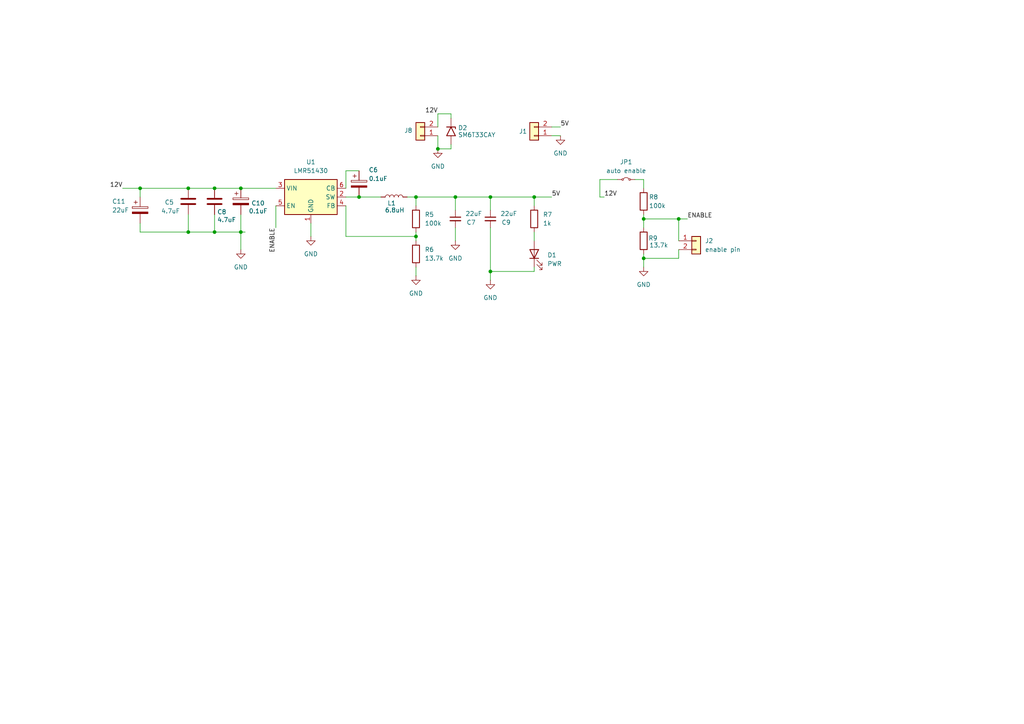
<source format=kicad_sch>
(kicad_sch (version 20231120) (generator "eeschema") (generator_version "8.0")
  (paper "A4")
  (lib_symbols
    (symbol "Connector_Generic:Conn_01x02" (pin_names (offset 1.016) hide)
      (property "Reference" "J" (at 0 2.54 0))
      (property "Value" "Conn_01x02" (at 0 -5.08 0))
      (symbol "Conn_01x02_1_1"
        (rectangle (start -1.27 -2.413) (end 0 -2.667) (stroke (width 0.1524)))
        (rectangle (start -1.27 0.127) (end 0 -0.127) (stroke (width 0.1524)))
        (rectangle (start -1.27 1.27) (end 1.27 -3.81) (stroke (width 0.254)) (fill (type background)))
        (pin passive line (at -5.08 0 0) (length 3.81) (name "Pin_1") (number "1"))
        (pin passive line (at -5.08 -2.54 0) (length 3.81) (name "Pin_2") (number "2"))
      )
    )
    (symbol "Device:C" (pin_numbers hide) (pin_names (offset 0.254))
      (property "Reference" "C" (at 0.635 2.54 0))
      (property "Value" "C" (at 0.635 -2.54 0))
      (symbol "C_0_1"
        (polyline (pts (xy -2.032 -0.762) (xy 2.032 -0.762)) (stroke (width 0.508)))
        (polyline (pts (xy -2.032 0.762) (xy 2.032 0.762)) (stroke (width 0.508)))
      )
      (symbol "C_1_1"
        (pin passive line (at 0 3.81 270) (length 2.794) (name "~") (number "1"))
        (pin passive line (at 0 -3.81 90) (length 2.794) (name "~") (number "2"))
      )
    )
    (symbol "Device:C_Polarized" (pin_numbers hide) (pin_names (offset 0.254))
      (property "Reference" "C" (at 0.635 2.54 0))
      (property "Value" "C_Polarized" (at 0.635 -2.54 0))
      (symbol "C_Polarized_0_1"
        (rectangle (start -2.286 0.508) (end 2.286 1.016))
        (polyline (pts (xy -1.778 2.286) (xy -0.762 2.286)))
        (polyline (pts (xy -1.27 2.794) (xy -1.27 1.778)))
        (rectangle (start 2.286 -0.508) (end -2.286 -1.016) (fill (type outline)))
      )
      (symbol "C_Polarized_1_1"
        (pin passive line (at 0 3.81 270) (length 2.794) (name "~") (number "1"))
        (pin passive line (at 0 -3.81 90) (length 2.794) (name "~") (number "2"))
      )
    )
    (symbol "Device:C_Small" (pin_numbers hide) (pin_names (offset 0.254) hide)
      (property "Reference" "C" (at 0.254 1.778 0))
      (property "Value" "C_Small" (at 0.254 -2.032 0))
      (symbol "C_Small_0_1"
        (polyline (pts (xy -1.524 -0.508) (xy 1.524 -0.508)) (stroke (width 0.3302)))
        (polyline (pts (xy -1.524 0.508) (xy 1.524 0.508)) (stroke (width 0.3048)))
      )
      (symbol "C_Small_1_1"
        (pin passive line (at 0 2.54 270) (length 2.032) (name "~") (number "1"))
        (pin passive line (at 0 -2.54 90) (length 2.032) (name "~") (number "2"))
      )
    )
    (symbol "Device:L" (pin_numbers hide) (pin_names (offset 1.016) hide)
      (property "Reference" "L" (at -1.27 0 90))
      (property "Value" "L" (at 1.905 0 90))
      (symbol "L_0_1"
        (arc (start 0 -2.54) (mid 0.6323 -1.905) (end 0 -1.27))
        (arc (start 0 -1.27) (mid 0.6323 -0.635) (end 0 0))
        (arc (start 0 0) (mid 0.6323 0.635) (end 0 1.27))
        (arc (start 0 1.27) (mid 0.6323 1.905) (end 0 2.54))
      )
      (symbol "L_1_1"
        (pin passive line (at 0 3.81 270) (length 1.27) (name "1") (number "1"))
        (pin passive line (at 0 -3.81 90) (length 1.27) (name "2") (number "2"))
      )
    )
    (symbol "Device:LED" (pin_numbers hide) (pin_names (offset 1.016) hide)
      (property "Reference" "D" (at 0 2.54 0))
      (property "Value" "LED" (at 0 -2.54 0))
      (symbol "LED_0_1"
        (polyline (pts (xy -1.27 -1.27) (xy -1.27 1.27)) (stroke (width 0.254)))
        (polyline (pts (xy -1.27 0) (xy 1.27 0)))
        (polyline (pts (xy 1.27 -1.27) (xy 1.27 1.27) (xy -1.27 0) (xy 1.27 -1.27)) (stroke (width 0.254)))
        (polyline (pts (xy -3.048 -0.762) (xy -4.572 -2.286) (xy -3.81 -2.286) (xy -4.572 -2.286) (xy -4.572 -1.524)))
        (polyline (pts (xy -1.778 -0.762) (xy -3.302 -2.286) (xy -2.54 -2.286) (xy -3.302 -2.286) (xy -3.302 -1.524)))
      )
      (symbol "LED_1_1"
        (pin passive line (at -3.81 0 0) (length 2.54) (name "K") (number "1"))
        (pin passive line (at 3.81 0 180) (length 2.54) (name "A") (number "2"))
      )
    )
    (symbol "Device:R" (pin_numbers hide) (pin_names (offset 0))
      (property "Reference" "R" (at 2.032 0 90))
      (property "Value" "R" (at 0 0 90))
      (symbol "R_0_1"
        (rectangle (start -1.016 -2.54) (end 1.016 2.54) (stroke (width 0.254)))
      )
      (symbol "R_1_1"
        (pin passive line (at 0 3.81 270) (length 1.27) (name "~") (number "1"))
        (pin passive line (at 0 -3.81 90) (length 1.27) (name "~") (number "2"))
      )
    )
    (symbol "Diode:SM6T33A" (pin_numbers hide) (pin_names (offset 1.016) hide)
      (property "Reference" "D" (at 0 2.54 0))
      (property "Value" "SM6T33A" (at 0 -2.54 0))
      (symbol "SM6T33A_0_1"
        (polyline (pts (xy -0.762 1.27) (xy -1.27 1.27) (xy -1.27 -1.27)) (stroke (width 0.254)))
        (polyline (pts (xy 1.27 1.27) (xy 1.27 -1.27) (xy -1.27 0) (xy 1.27 1.27)) (stroke (width 0.254)))
      )
      (symbol "SM6T33A_1_1"
        (pin passive line (at -3.81 0 0) (length 2.54) (name "A1") (number "1"))
        (pin passive line (at 3.81 0 180) (length 2.54) (name "A2") (number "2"))
      )
    )
    (symbol "Jumper:Jumper_2_Small_Bridged" (pin_numbers hide) (pin_names (offset 0) hide) (exclude_from_sim yes)
      (property "Reference" "JP" (at 0 2.032 0))
      (property "Value" "Jumper_2_Small_Bridged" (at 0 -2.286 0))
      (symbol "Jumper_2_Small_Bridged_0_0"
        (circle (center -1.016 0) (radius 0.254))
        (circle (center 1.016 0) (radius 0.254))
      )
      (symbol "Jumper_2_Small_Bridged_0_1"
        (arc (start 0.762 0.254) (mid 0 0.5696) (end -0.762 0.254))
      )
      (symbol "Jumper_2_Small_Bridged_1_1"
        (pin passive line (at -2.54 0 0) (length 1.27) (name "A") (number "1"))
        (pin passive line (at 2.54 0 180) (length 1.27) (name "B") (number "2"))
      )
    )
    (symbol "Regulator_Switching:LMR51430"
      (property "Reference" "U" (at -7.62 6.35 0))
      (property "Value" "LMR51430" (at 0 6.35 0))
      (symbol "LMR51430_0_1"
        (rectangle (start -7.62 5.08) (end 7.62 -5.08) (stroke (width 0.254)) (fill (type background)))
      )
      (symbol "LMR51430_1_1"
        (pin power_in line (at 0 -7.62 90) (length 2.54) (name "GND") (number "1"))
        (pin power_out line (at 10.16 0 180) (length 2.54) (name "SW") (number "2"))
        (pin power_in line (at -10.16 2.54 0) (length 2.54) (name "VIN") (number "3"))
        (pin input line (at 10.16 -2.54 180) (length 2.54) (name "FB") (number "4"))
        (pin input line (at -10.16 -2.54 0) (length 2.54) (name "EN") (number "5"))
        (pin passive line (at 10.16 2.54 180) (length 2.54) (name "CB") (number "6"))
      )
    )
    (symbol "power:GND" (power) (pin_numbers hide) (pin_names (offset 0) hide)
      (property "Value" "GND" (at 0 -3.81 0))
      (symbol "GND_0_1"
        (polyline (pts (xy 0 0) (xy 0 -1.27) (xy 1.27 -1.27) (xy 0 -2.54) (xy -1.27 -1.27) (xy 0 -1.27)))
      )
      (symbol "GND_1_1"
        (pin power_in line (at 0 0 270) (length 0) (name "~") (number "1"))
      )
    )
  )
  (junction (at 104.14 57.15))
  (junction (at 40.64 54.61))
  (junction (at 127 43.18))
  (junction (at 154.94 57.15))
  (junction (at 120.65 57.15))
  (junction (at 69.85 54.61))
  (junction (at 54.61 67.31))
  (junction (at 120.65 68.58))
  (junction (at 186.69 63.5))
  (junction (at 54.61 54.61))
  (junction (at 186.69 74.93))
  (junction (at 69.85 67.31))
  (junction (at 62.23 54.61))
  (junction (at 142.24 78.74))
  (junction (at 62.23 67.31))
  (junction (at 196.85 63.5))
  (junction (at 132.08 57.15))
  (junction (at 142.24 57.15))
  (wire (pts (xy 186.69 62.23) (xy 186.69 63.5)))
  (wire (pts (xy 54.61 54.61) (xy 62.23 54.61)))
  (wire (pts (xy 127 33.02) (xy 130.81 33.02)))
  (wire (pts (xy 90.17 64.77) (xy 90.17 68.58)))
  (wire (pts (xy 154.94 67.31) (xy 154.94 69.85)))
  (wire (pts (xy 120.65 77.47) (xy 120.65 80.01)))
  (wire (pts (xy 54.61 62.23) (xy 54.61 67.31)))
  (wire (pts (xy 196.85 63.5) (xy 196.85 69.85)))
  (wire (pts (xy 142.24 78.74) (xy 142.24 81.28)))
  (wire (pts (xy 186.69 63.5) (xy 196.85 63.5)))
  (wire (pts (xy 100.33 49.53) (xy 104.14 49.53)))
  (wire (pts (xy 160.02 36.83) (xy 162.56 36.83)))
  (wire (pts (xy 120.65 68.58) (xy 120.65 69.85)))
  (wire (pts (xy 154.94 78.74) (xy 142.24 78.74)))
  (wire (pts (xy 62.23 67.31) (xy 69.85 67.31)))
  (wire (pts (xy 100.33 59.69) (xy 100.33 68.58)))
  (wire (pts (xy 142.24 57.15) (xy 154.94 57.15)))
  (wire (pts (xy 173.99 52.07) (xy 179.07 52.07)))
  (wire (pts (xy 80.01 59.69) (xy 80.01 66.04)))
  (wire (pts (xy 173.99 57.15) (xy 173.99 52.07)))
  (wire (pts (xy 100.33 54.61) (xy 100.33 49.53)))
  (wire (pts (xy 127 33.02) (xy 127 36.83)))
  (wire (pts (xy 154.94 57.15) (xy 160.02 57.15)))
  (wire (pts (xy 132.08 57.15) (xy 142.24 57.15)))
  (wire (pts (xy 40.64 54.61) (xy 40.64 57.15)))
  (wire (pts (xy 130.81 43.18) (xy 127 43.18)))
  (wire (pts (xy 104.14 57.15) (xy 110.49 57.15)))
  (wire (pts (xy 196.85 72.39) (xy 196.85 74.93)))
  (wire (pts (xy 130.81 41.91) (xy 130.81 43.18)))
  (wire (pts (xy 154.94 57.15) (xy 154.94 59.69)))
  (wire (pts (xy 175.26 57.15) (xy 173.99 57.15)))
  (wire (pts (xy 186.69 74.93) (xy 186.69 77.47)))
  (wire (pts (xy 196.85 74.93) (xy 186.69 74.93)))
  (wire (pts (xy 100.33 57.15) (xy 104.14 57.15)))
  (wire (pts (xy 54.61 67.31) (xy 62.23 67.31)))
  (wire (pts (xy 154.94 77.47) (xy 154.94 78.74)))
  (wire (pts (xy 62.23 54.61) (xy 69.85 54.61)))
  (wire (pts (xy 40.64 64.77) (xy 40.64 67.31)))
  (wire (pts (xy 127 39.37) (xy 127 43.18)))
  (wire (pts (xy 196.85 63.5) (xy 199.39 63.5)))
  (wire (pts (xy 69.85 54.61) (xy 80.01 54.61)))
  (wire (pts (xy 142.24 57.15) (xy 142.24 60.96)))
  (wire (pts (xy 69.85 67.31) (xy 69.85 72.39)))
  (wire (pts (xy 120.65 57.15) (xy 118.11 57.15)))
  (wire (pts (xy 132.08 66.04) (xy 132.08 69.85)))
  (wire (pts (xy 142.24 66.04) (xy 142.24 78.74)))
  (wire (pts (xy 120.65 59.69) (xy 120.65 57.15)))
  (wire (pts (xy 184.15 52.07) (xy 186.69 52.07)))
  (wire (pts (xy 40.64 54.61) (xy 54.61 54.61)))
  (wire (pts (xy 186.69 73.66) (xy 186.69 74.93)))
  (wire (pts (xy 62.23 62.23) (xy 62.23 67.31)))
  (wire (pts (xy 132.08 60.96) (xy 132.08 57.15)))
  (wire (pts (xy 69.85 62.23) (xy 69.85 67.31)))
  (wire (pts (xy 132.08 57.15) (xy 120.65 57.15)))
  (wire (pts (xy 186.69 63.5) (xy 186.69 66.04)))
  (wire (pts (xy 35.56 54.61) (xy 40.64 54.61)))
  (wire (pts (xy 71.12 67.31) (xy 69.85 67.31)))
  (wire (pts (xy 186.69 52.07) (xy 186.69 54.61)))
  (wire (pts (xy 130.81 34.29) (xy 130.81 33.02)))
  (wire (pts (xy 40.64 67.31) (xy 54.61 67.31)))
  (wire (pts (xy 160.02 39.37) (xy 162.56 39.37)))
  (wire (pts (xy 120.65 68.58) (xy 120.65 67.31)))
  (wire (pts (xy 100.33 68.58) (xy 120.65 68.58)))
  (label "ENABLE" (at 199.39 63.5 0))
  (label "ENABLE" (at 80.01 66.04 270))
  (label "5V" (at 162.56 36.83 0))
  (label "5V" (at 160.02 57.15 0))
  (label "12V" (at 127 33.02 180))
  (label "12V" (at 175.26 57.15 0))
  (label "12V" (at 35.56 54.61 180))
  (symbol (lib_id "power:GND") (at 132.08 69.85 0) (unit 1)
    (property "Reference" "#PWR017" (effects (hide yes)))
    (property "Value" "GND" (at 132.08 74.93 0))
    (property "Description" "Power symbol creates a global label with name \"GND\" , ground" (effects (hide yes)))
  )
  (symbol (lib_id "Device:L") (at 114.3 57.15 90) (unit 1)
    (property "Reference" "L1" (at 114.808 58.928 90) (effects (justify left)))
    (property "Value" "6.8uH" (at 117.348 60.96 90) (effects (justify left)))
    (property "Footprint" "Inductor_SMD:L_Taiyo-Yuden_NR-80xx_HandSoldering" (effects (hide yes)))
    (property "Description" "Inductor" (effects (hide yes)))
  )
  (symbol (lib_id "power:GND") (at 120.65 80.01 0) (unit 1)
    (property "Reference" "#PWR016" (effects (hide yes)))
    (property "Value" "GND" (at 120.65 85.09 0))
    (property "Description" "Power symbol creates a global label with name \"GND\" , ground" (effects (hide yes)))
  )
  (symbol (lib_id "power:GND") (at 127 43.18 0) (unit 1)
    (property "Reference" "#PWR02" (effects (hide yes)))
    (property "Value" "GND" (at 127 48.26 0))
    (property "Description" "Power symbol creates a global label with name \"GND\" , ground" (effects (hide yes)))
  )
  (symbol (lib_id "Device:R") (at 120.65 63.5 0) (unit 1)
    (property "Reference" "R5" (at 123.19 62.2299 0) (effects (justify left)))
    (property "Value" "100k" (at 123.19 64.7699 0) (effects (justify left)))
    (property "Footprint" "Resistor_SMD:R_0805_2012Metric_Pad1.20x1.40mm_HandSolder" (effects (hide yes)))
    (property "Description" "Resistor" (effects (hide yes)))
  )
  (symbol (lib_id "power:GND") (at 186.69 77.47 0) (unit 1)
    (property "Reference" "#PWR3" (effects (hide yes)))
    (property "Value" "GND" (at 186.69 82.55 0))
    (property "Description" "Power symbol creates a global label with name \"GND\" , ground" (effects (hide yes)))
  )
  (symbol (lib_id "power:GND") (at 142.24 81.28 0) (unit 1)
    (property "Reference" "#PWR019" (effects (hide yes)))
    (property "Value" "GND" (at 142.24 86.36 0))
    (property "Description" "Power symbol creates a global label with name \"GND\" , ground" (effects (hide yes)))
  )
  (symbol (lib_id "Connector_Generic:Conn_01x02") (at 154.94 39.37 180) (unit 1)
    (property "Reference" "J1" (at 152.908 38.1 0) (effects (justify left)))
    (property "Value" "GND       %V" (effects (hide yes)))
    (property "Footprint" "Connector_JST:JST_VH_B2P-VH-B_1x02_P3.96mm_Vertical" (effects (hide yes)))
    (property "Description" "Generic connector, single row, 01x02, script generated (kicad-library-utils/schlib/autogen/connector/)" (effects (hide yes)))
  )
  (symbol (lib_id "Diode:SM6T33A") (at 130.81 38.1 270) (unit 1)
    (property "Reference" "D2" (at 132.842 37.084 90) (effects (justify left)))
    (property "Value" "SM6T33CAY" (at 132.842 39.116 90) (effects (justify left)))
    (property "Footprint" "Diode_SMD:D_SMB" (effects (hide yes)))
    (property "Datasheet" "https://www.st.com/resource/en/datasheet/sm6t.pdf" (effects (hide yes)))
    (property "Description" "600W unidirectional Transil Transient Voltage Suppressor, 33Vrwm, DO-214AA" (effects (hide yes)))
  )
  (symbol (lib_id "Device:LED") (at 154.94 73.66 90) (unit 1)
    (property "Reference" "D1" (at 158.75 73.9774 90) (effects (justify right)))
    (property "Value" "PWR" (at 158.75 76.5174 90) (effects (justify right)))
    (property "Footprint" "LED_SMD:LED_1206_3216Metric_Pad1.42x1.75mm_HandSolder" (effects (hide yes)))
    (property "Description" "Light emitting diode" (effects (hide yes)))
  )
  (symbol (lib_id "power:GND") (at 90.17 68.58 0) (unit 1)
    (property "Reference" "#PWR015" (effects (hide yes)))
    (property "Value" "GND" (at 90.17 73.66 0))
    (property "Description" "Power symbol creates a global label with name \"GND\" , ground" (effects (hide yes)))
  )
  (symbol (lib_id "Device:C") (at 54.61 58.42 0) (unit 1)
    (property "Reference" "C5" (at 47.752 58.674 0) (effects (justify left)))
    (property "Value" "4.7uF" (at 46.736 61.214 0) (effects (justify left)))
    (property "Footprint" "Capacitor_SMD:C_0805_2012Metric_Pad1.18x1.45mm_HandSolder" (effects (hide yes)))
    (property "Description" "Capacitor" (effects (hide yes)))
  )
  (symbol (lib_id "Device:R") (at 186.69 69.85 180) (unit 1)
    (property "Reference" "R9" (at 190.754 69.088 0) (effects (justify left)))
    (property "Value" "13.7k" (at 193.802 71.12 0) (effects (justify left)))
    (property "Footprint" "Resistor_SMD:R_0805_2012Metric_Pad1.20x1.40mm_HandSolder" (effects (hide yes)))
    (property "Description" "Resistor" (effects (hide yes)))
  )
  (symbol (lib_id "Connector_Generic:Conn_01x02") (at 121.92 39.37 180) (unit 1)
    (property "Reference" "J8" (at 119.634 37.846 0) (effects (justify left)))
    (property "Value" "IN" (effects (hide yes)))
    (property "Footprint" "Connector_JST:JST_VH_B2P-VH-B_1x02_P3.96mm_Vertical" (effects (hide yes)))
    (property "Description" "Generic connector, single row, 01x02, script generated (kicad-library-utils/schlib/autogen/connector/)" (effects (hide yes)))
  )
  (symbol (lib_id "Device:C_Polarized") (at 69.85 58.42 0) (unit 1)
    (property "Reference" "C10" (at 72.898 58.928 0) (effects (justify left)))
    (property "Value" "0.1uF" (at 72.136 61.214 0) (effects (justify left)))
    (property "Footprint" "Capacitor_SMD:C_0805_2012Metric_Pad1.18x1.45mm_HandSolder" (effects (hide yes)))
    (property "Description" "Polarized capacitor" (effects (hide yes)))
  )
  (symbol (lib_id "Device:R") (at 154.94 63.5 0) (unit 1)
    (property "Reference" "R7" (at 157.48 62.2299 0) (effects (justify left)))
    (property "Value" "1k" (at 157.48 64.7699 0) (effects (justify left)))
    (property "Footprint" "Resistor_SMD:R_0805_2012Metric_Pad1.20x1.40mm_HandSolder" (effects (hide yes)))
    (property "Description" "Resistor" (effects (hide yes)))
  )
  (symbol (lib_id "Regulator_Switching:LMR51430") (at 90.17 57.15 0) (unit 1)
    (property "Reference" "U1" (at 90.17 46.99 0))
    (property "Value" "LMR51430" (at 90.17 49.53 0))
    (property "Footprint" "Package_TO_SOT_SMD:SOT-23-6" (effects (hide yes)))
    (property "Datasheet" "https://www.ti.com/lit/ds/symlink/lmr51430.pdf" (effects (hide yes)))
    (property "Description" "4.5-V to 36-V, 3-A synchronous buck converter with 40-µA IQ, SOT-23-6" (effects (hide yes)))
  )
  (symbol (lib_id "Device:C_Small") (at 142.24 63.5 0) (unit 1)
    (property "Reference" "C9" (at 146.812 64.516 0))
    (property "Value" "22uF" (at 147.574 61.976 0))
    (property "Footprint" "Capacitor_SMD:C_1210_3225Metric_Pad1.33x2.70mm_HandSolder" (effects (hide yes)))
    (property "Description" "Unpolarized capacitor, small symbol" (effects (hide yes)))
  )
  (symbol (lib_id "Device:C_Small") (at 132.08 63.5 0) (unit 1)
    (property "Reference" "C7" (at 136.652 64.516 0))
    (property "Value" "22uF" (at 137.414 61.976 0))
    (property "Footprint" "Capacitor_SMD:C_1210_3225Metric_Pad1.33x2.70mm_HandSolder" (effects (hide yes)))
    (property "Description" "Unpolarized capacitor, small symbol" (effects (hide yes)))
  )
  (symbol (lib_id "Connector_Generic:Conn_01x02") (at 201.93 69.85 0) (unit 1)
    (property "Reference" "J2" (at 204.47 69.8499 0) (effects (justify left)))
    (property "Value" "enable pin" (at 204.47 72.3899 0) (effects (justify left)))
    (property "Footprint" "Connector_JST:JST_PH_B2B-PH-K_1x02_P2.00mm_Vertical" (effects (hide yes)))
    (property "Description" "Generic connector, single row, 01x02, script generated (kicad-library-utils/schlib/autogen/connector/)" (effects (hide yes)))
  )
  (symbol (lib_id "Jumper:Jumper_2_Small_Bridged") (at 181.61 52.07 0) (unit 1) (exclude_from_sim yes)
    (property "Reference" "JP1" (at 181.61 46.99 0))
    (property "Value" "auto enable" (at 181.61 49.53 0))
    (property "Footprint" "Jumper:SolderJumper-2_P1.3mm_Bridged_RoundedPad1.0x1.5mm" (effects (hide yes)))
    (property "Description" "Jumper, 2-pole, small symbol, bridged" (effects (hide yes)))
  )
  (symbol (lib_id "power:GND") (at 162.56 39.37 0) (unit 1)
    (property "Reference" "#PWR01" (effects (hide yes)))
    (property "Value" "GND" (at 162.56 44.45 0))
    (property "Description" "Power symbol creates a global label with name \"GND\" , ground" (effects (hide yes)))
  )
  (symbol (lib_id "Device:C_Polarized") (at 104.14 53.34 0) (unit 1)
    (property "Reference" "C6" (at 106.934 49.276 0) (effects (justify left)))
    (property "Value" "0.1uF" (at 106.934 51.816 0) (effects (justify left)))
    (property "Footprint" "Capacitor_SMD:C_0805_2012Metric_Pad1.18x1.45mm_HandSolder" (effects (hide yes)))
    (property "Description" "Polarized capacitor" (effects (hide yes)))
  )
  (symbol (lib_id "Device:C_Polarized") (at 40.64 60.96 0) (unit 1)
    (property "Reference" "C11" (at 32.512 58.42 0) (effects (justify left)))
    (property "Value" "22uF" (at 32.512 60.96 0) (effects (justify left)))
    (property "Footprint" "Capacitor_THT:CP_Radial_D5.0mm_P2.00mm" (effects (hide yes)))
    (property "Description" "Polarized capacitor" (effects (hide yes)))
  )
  (symbol (lib_id "Device:R") (at 186.69 58.42 0) (unit 1)
    (property "Reference" "R8" (at 188.214 57.15 0) (effects (justify left)))
    (property "Value" "100k" (at 188.214 59.69 0) (effects (justify left)))
    (property "Footprint" "Resistor_SMD:R_0805_2012Metric_Pad1.20x1.40mm_HandSolder" (effects (hide yes)))
    (property "Description" "Resistor" (effects (hide yes)))
  )
  (symbol (lib_id "Device:R") (at 120.65 73.66 0) (unit 1)
    (property "Reference" "R6" (at 123.19 72.3899 0) (effects (justify left)))
    (property "Value" "13.7k" (at 123.19 74.9299 0) (effects (justify left)))
    (property "Footprint" "Resistor_SMD:R_0805_2012Metric_Pad1.20x1.40mm_HandSolder" (effects (hide yes)))
    (property "Description" "Resistor" (effects (hide yes)))
  )
  (symbol (lib_id "Device:C") (at 62.23 58.42 0) (unit 1)
    (property "Reference" "C8" (at 62.992 61.468 0) (effects (justify left)))
    (property "Value" "4.7uF" (at 62.992 63.754 0) (effects (justify left)))
    (property "Footprint" "Capacitor_SMD:C_0805_2012Metric_Pad1.18x1.45mm_HandSolder" (effects (hide yes)))
    (property "Description" "Polarized capacitor" (effects (hide yes)))
  )
  (symbol (lib_id "power:GND") (at 69.85 72.39 0) (unit 1)
    (property "Reference" "#PWR020" (effects (hide yes)))
    (property "Value" "GND" (at 69.85 77.47 0))
    (property "Description" "Power symbol creates a global label with name \"GND\" , ground" (effects (hide yes)))
  )
)
</source>
